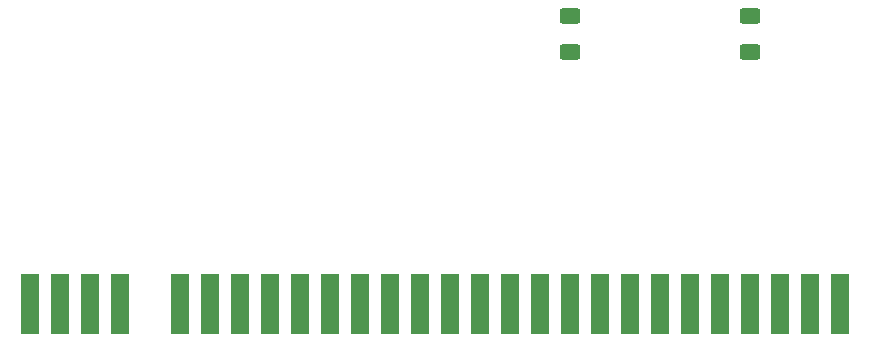
<source format=gbr>
%TF.GenerationSoftware,KiCad,Pcbnew,6.0.0-d3dd2cf0fa~116~ubuntu20.04.1*%
%TF.CreationDate,2022-02-13T01:33:04+01:00*%
%TF.ProjectId,addon-edge-rpi-i2s-pmod,6164646f-6e2d-4656-9467-652d7270692d,0.41*%
%TF.SameCoordinates,Original*%
%TF.FileFunction,Paste,Top*%
%TF.FilePolarity,Positive*%
%FSLAX46Y46*%
G04 Gerber Fmt 4.6, Leading zero omitted, Abs format (unit mm)*
G04 Created by KiCad (PCBNEW 6.0.0-d3dd2cf0fa~116~ubuntu20.04.1) date 2022-02-13 01:33:04*
%MOMM*%
%LPD*%
G01*
G04 APERTURE LIST*
G04 Aperture macros list*
%AMRoundRect*
0 Rectangle with rounded corners*
0 $1 Rounding radius*
0 $2 $3 $4 $5 $6 $7 $8 $9 X,Y pos of 4 corners*
0 Add a 4 corners polygon primitive as box body*
4,1,4,$2,$3,$4,$5,$6,$7,$8,$9,$2,$3,0*
0 Add four circle primitives for the rounded corners*
1,1,$1+$1,$2,$3*
1,1,$1+$1,$4,$5*
1,1,$1+$1,$6,$7*
1,1,$1+$1,$8,$9*
0 Add four rect primitives between the rounded corners*
20,1,$1+$1,$2,$3,$4,$5,0*
20,1,$1+$1,$4,$5,$6,$7,0*
20,1,$1+$1,$6,$7,$8,$9,0*
20,1,$1+$1,$8,$9,$2,$3,0*%
G04 Aperture macros list end*
%ADD10R,1.524000X5.080000*%
%ADD11RoundRect,0.250000X0.625000X-0.400000X0.625000X0.400000X-0.625000X0.400000X-0.625000X-0.400000X0*%
G04 APERTURE END LIST*
D10*
%TO.C,EDGE1*%
X124460000Y-142240000D03*
X127000000Y-142240000D03*
X129540000Y-142240000D03*
X132080000Y-142240000D03*
X137160000Y-142240000D03*
X139700000Y-142240000D03*
X142240000Y-142240000D03*
X144780000Y-142240000D03*
X147320000Y-142240000D03*
X149860000Y-142240000D03*
X152400000Y-142240000D03*
X154940000Y-142240000D03*
X157480000Y-142240000D03*
X160020000Y-142240000D03*
X162560000Y-142240000D03*
X165100000Y-142240000D03*
X167640000Y-142240000D03*
X170180000Y-142240000D03*
X172720000Y-142240000D03*
X175260000Y-142240000D03*
X177800000Y-142240000D03*
X180340000Y-142240000D03*
X182880000Y-142240000D03*
X185420000Y-142240000D03*
X187960000Y-142240000D03*
X190500000Y-142240000D03*
X193040000Y-142240000D03*
%TD*%
D11*
%TO.C,R1*%
X170180000Y-120930000D03*
X170180000Y-117830000D03*
%TD*%
%TO.C,R2*%
X185420000Y-120930000D03*
X185420000Y-117830000D03*
%TD*%
M02*

</source>
